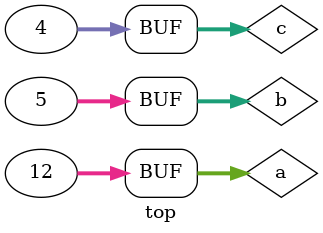
<source format=sv>
/*
:name: binary_op_bit_and
:description: & operator test
:should_fail: 0
:tags: 11.4.8
*/
module top();
int a = 12;
int b = 5;
int c;
initial begin
    c = a & b;
end
endmodule
</source>
